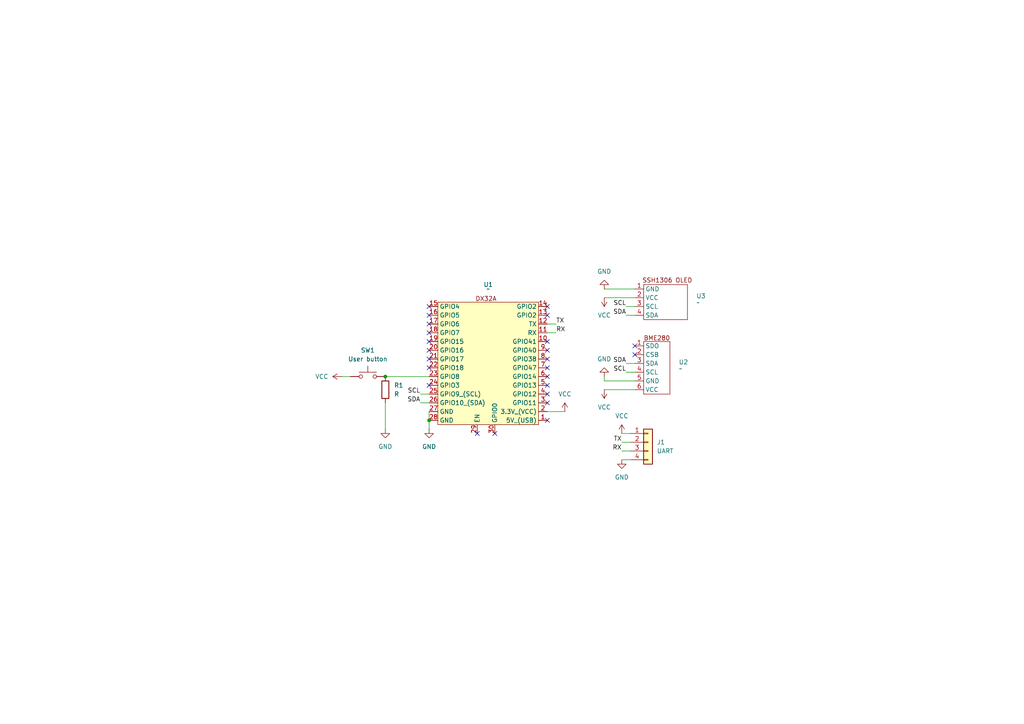
<source format=kicad_sch>
(kicad_sch
	(version 20231120)
	(generator "eeschema")
	(generator_version "8.0")
	(uuid "1e198e0a-8e65-42e1-a495-5f9b8405cf5c")
	(paper "A4")
	(lib_symbols
		(symbol "Connector_Generic:Conn_01x04"
			(pin_names
				(offset 1.016) hide)
			(exclude_from_sim no)
			(in_bom yes)
			(on_board yes)
			(property "Reference" "J"
				(at 0 5.08 0)
				(effects
					(font
						(size 1.27 1.27)
					)
				)
			)
			(property "Value" "Conn_01x04"
				(at 0 -7.62 0)
				(effects
					(font
						(size 1.27 1.27)
					)
				)
			)
			(property "Footprint" ""
				(at 0 0 0)
				(effects
					(font
						(size 1.27 1.27)
					)
					(hide yes)
				)
			)
			(property "Datasheet" "~"
				(at 0 0 0)
				(effects
					(font
						(size 1.27 1.27)
					)
					(hide yes)
				)
			)
			(property "Description" "Generic connector, single row, 01x04, script generated (kicad-library-utils/schlib/autogen/connector/)"
				(at 0 0 0)
				(effects
					(font
						(size 1.27 1.27)
					)
					(hide yes)
				)
			)
			(property "ki_keywords" "connector"
				(at 0 0 0)
				(effects
					(font
						(size 1.27 1.27)
					)
					(hide yes)
				)
			)
			(property "ki_fp_filters" "Connector*:*_1x??_*"
				(at 0 0 0)
				(effects
					(font
						(size 1.27 1.27)
					)
					(hide yes)
				)
			)
			(symbol "Conn_01x04_1_1"
				(rectangle
					(start -1.27 -4.953)
					(end 0 -5.207)
					(stroke
						(width 0.1524)
						(type default)
					)
					(fill
						(type none)
					)
				)
				(rectangle
					(start -1.27 -2.413)
					(end 0 -2.667)
					(stroke
						(width 0.1524)
						(type default)
					)
					(fill
						(type none)
					)
				)
				(rectangle
					(start -1.27 0.127)
					(end 0 -0.127)
					(stroke
						(width 0.1524)
						(type default)
					)
					(fill
						(type none)
					)
				)
				(rectangle
					(start -1.27 2.667)
					(end 0 2.413)
					(stroke
						(width 0.1524)
						(type default)
					)
					(fill
						(type none)
					)
				)
				(rectangle
					(start -1.27 3.81)
					(end 1.27 -6.35)
					(stroke
						(width 0.254)
						(type default)
					)
					(fill
						(type background)
					)
				)
				(pin passive line
					(at -5.08 2.54 0)
					(length 3.81)
					(name "Pin_1"
						(effects
							(font
								(size 1.27 1.27)
							)
						)
					)
					(number "1"
						(effects
							(font
								(size 1.27 1.27)
							)
						)
					)
				)
				(pin passive line
					(at -5.08 0 0)
					(length 3.81)
					(name "Pin_2"
						(effects
							(font
								(size 1.27 1.27)
							)
						)
					)
					(number "2"
						(effects
							(font
								(size 1.27 1.27)
							)
						)
					)
				)
				(pin passive line
					(at -5.08 -2.54 0)
					(length 3.81)
					(name "Pin_3"
						(effects
							(font
								(size 1.27 1.27)
							)
						)
					)
					(number "3"
						(effects
							(font
								(size 1.27 1.27)
							)
						)
					)
				)
				(pin passive line
					(at -5.08 -5.08 0)
					(length 3.81)
					(name "Pin_4"
						(effects
							(font
								(size 1.27 1.27)
							)
						)
					)
					(number "4"
						(effects
							(font
								(size 1.27 1.27)
							)
						)
					)
				)
			)
		)
		(symbol "Custom_Symbols:BME280"
			(exclude_from_sim no)
			(in_bom yes)
			(on_board yes)
			(property "Reference" "U"
				(at 2.032 0 0)
				(effects
					(font
						(size 1.27 1.27)
					)
				)
			)
			(property "Value" ""
				(at 0 1.27 0)
				(effects
					(font
						(size 1.27 1.27)
					)
				)
			)
			(property "Footprint" ""
				(at 0 1.27 0)
				(effects
					(font
						(size 1.27 1.27)
					)
					(hide yes)
				)
			)
			(property "Datasheet" ""
				(at 0 1.27 0)
				(effects
					(font
						(size 1.27 1.27)
					)
					(hide yes)
				)
			)
			(property "Description" ""
				(at 0 1.27 0)
				(effects
					(font
						(size 1.27 1.27)
					)
					(hide yes)
				)
			)
			(symbol "BME280_0_1"
				(rectangle
					(start -3.81 7.62)
					(end 3.81 -7.62)
					(stroke
						(width 0)
						(type default)
					)
					(fill
						(type none)
					)
				)
			)
			(symbol "BME280_1_1"
				(text "BME280 \n"
					(at 0.508 8.636 0)
					(effects
						(font
							(size 1.27 1.27)
						)
					)
				)
				(pin input line
					(at -6.35 6.35 0)
					(length 2.54)
					(name "SDO"
						(effects
							(font
								(size 1.27 1.27)
							)
						)
					)
					(number "1"
						(effects
							(font
								(size 1.27 1.27)
							)
						)
					)
				)
				(pin input line
					(at -6.35 3.81 0)
					(length 2.54)
					(name "CSB"
						(effects
							(font
								(size 1.27 1.27)
							)
						)
					)
					(number "2"
						(effects
							(font
								(size 1.27 1.27)
							)
						)
					)
				)
				(pin input line
					(at -6.35 1.27 0)
					(length 2.54)
					(name "SDA"
						(effects
							(font
								(size 1.27 1.27)
							)
						)
					)
					(number "3"
						(effects
							(font
								(size 1.27 1.27)
							)
						)
					)
				)
				(pin input line
					(at -6.35 -1.27 0)
					(length 2.54)
					(name "SCL"
						(effects
							(font
								(size 1.27 1.27)
							)
						)
					)
					(number "4"
						(effects
							(font
								(size 1.27 1.27)
							)
						)
					)
				)
				(pin input line
					(at -6.35 -3.81 0)
					(length 2.54)
					(name "GND"
						(effects
							(font
								(size 1.27 1.27)
							)
						)
					)
					(number "5"
						(effects
							(font
								(size 1.27 1.27)
							)
						)
					)
				)
				(pin input line
					(at -6.35 -6.35 0)
					(length 2.54)
					(name "VCC"
						(effects
							(font
								(size 1.27 1.27)
							)
						)
					)
					(number "6"
						(effects
							(font
								(size 1.27 1.27)
							)
						)
					)
				)
			)
		)
		(symbol "Custom_Symbols:DX32A_DELUXE"
			(exclude_from_sim no)
			(in_bom yes)
			(on_board yes)
			(property "Reference" "U"
				(at 0 -12.7 0)
				(effects
					(font
						(size 1.27 1.27)
					)
				)
			)
			(property "Value" ""
				(at 0 -12.7 0)
				(effects
					(font
						(size 1.27 1.27)
					)
				)
			)
			(property "Footprint" ""
				(at 0 -12.7 0)
				(effects
					(font
						(size 1.27 1.27)
					)
					(hide yes)
				)
			)
			(property "Datasheet" ""
				(at 0 -12.7 0)
				(effects
					(font
						(size 1.27 1.27)
					)
					(hide yes)
				)
			)
			(property "Description" ""
				(at 0 -12.7 0)
				(effects
					(font
						(size 1.27 1.27)
					)
					(hide yes)
				)
			)
			(symbol "DX32A_DELUXE_1_1"
				(rectangle
					(start -13.97 19.05)
					(end 15.24 -16.51)
					(stroke
						(width 0)
						(type default)
					)
					(fill
						(type background)
					)
				)
				(text "DX32A"
					(at 0 20.066 0)
					(effects
						(font
							(size 1.27 1.27)
						)
					)
				)
				(pin bidirectional line
					(at 17.78 -15.24 180)
					(length 2.54)
					(name "5V_(USB)"
						(effects
							(font
								(size 1.27 1.27)
							)
						)
					)
					(number "1"
						(effects
							(font
								(size 1.27 1.27)
							)
						)
					)
				)
				(pin bidirectional line
					(at 17.78 7.62 180)
					(length 2.54)
					(name "GPIO41"
						(effects
							(font
								(size 1.27 1.27)
							)
						)
					)
					(number "10"
						(effects
							(font
								(size 1.27 1.27)
							)
						)
					)
				)
				(pin bidirectional line
					(at 17.78 10.16 180)
					(length 2.54)
					(name "RX"
						(effects
							(font
								(size 1.27 1.27)
							)
						)
					)
					(number "11"
						(effects
							(font
								(size 1.27 1.27)
							)
						)
					)
				)
				(pin bidirectional line
					(at 17.78 12.7 180)
					(length 2.54)
					(name "TX"
						(effects
							(font
								(size 1.27 1.27)
							)
						)
					)
					(number "12"
						(effects
							(font
								(size 1.27 1.27)
							)
						)
					)
				)
				(pin bidirectional line
					(at 17.78 15.24 180)
					(length 2.54)
					(name "GPIO2"
						(effects
							(font
								(size 1.27 1.27)
							)
						)
					)
					(number "13"
						(effects
							(font
								(size 1.27 1.27)
							)
						)
					)
				)
				(pin bidirectional line
					(at 17.78 17.78 180)
					(length 2.54)
					(name "GPIO2"
						(effects
							(font
								(size 1.27 1.27)
							)
						)
					)
					(number "14"
						(effects
							(font
								(size 1.27 1.27)
							)
						)
					)
				)
				(pin bidirectional line
					(at -16.51 17.78 0)
					(length 2.54)
					(name "GPIO4"
						(effects
							(font
								(size 1.27 1.27)
							)
						)
					)
					(number "15"
						(effects
							(font
								(size 1.27 1.27)
							)
						)
					)
				)
				(pin bidirectional line
					(at -16.51 15.24 0)
					(length 2.54)
					(name "GPIO5"
						(effects
							(font
								(size 1.27 1.27)
							)
						)
					)
					(number "16"
						(effects
							(font
								(size 1.27 1.27)
							)
						)
					)
				)
				(pin bidirectional line
					(at -16.51 12.7 0)
					(length 2.54)
					(name "GPIO6"
						(effects
							(font
								(size 1.27 1.27)
							)
						)
					)
					(number "17"
						(effects
							(font
								(size 1.27 1.27)
							)
						)
					)
				)
				(pin bidirectional line
					(at -16.51 10.16 0)
					(length 2.54)
					(name "GPIO7"
						(effects
							(font
								(size 1.27 1.27)
							)
						)
					)
					(number "18"
						(effects
							(font
								(size 1.27 1.27)
							)
						)
					)
				)
				(pin bidirectional line
					(at -16.51 7.62 0)
					(length 2.54)
					(name "GPIO15"
						(effects
							(font
								(size 1.27 1.27)
							)
						)
					)
					(number "19"
						(effects
							(font
								(size 1.27 1.27)
							)
						)
					)
				)
				(pin bidirectional line
					(at 17.78 -12.7 180)
					(length 2.54)
					(name "3.3V_(VCC)"
						(effects
							(font
								(size 1.27 1.27)
							)
						)
					)
					(number "2"
						(effects
							(font
								(size 1.27 1.27)
							)
						)
					)
				)
				(pin bidirectional line
					(at -16.51 5.08 0)
					(length 2.54)
					(name "GPIO16"
						(effects
							(font
								(size 1.27 1.27)
							)
						)
					)
					(number "20"
						(effects
							(font
								(size 1.27 1.27)
							)
						)
					)
				)
				(pin bidirectional line
					(at -16.51 2.54 0)
					(length 2.54)
					(name "GPIO17"
						(effects
							(font
								(size 1.27 1.27)
							)
						)
					)
					(number "21"
						(effects
							(font
								(size 1.27 1.27)
							)
						)
					)
				)
				(pin bidirectional line
					(at -16.51 0 0)
					(length 2.54)
					(name "GPIO18"
						(effects
							(font
								(size 1.27 1.27)
							)
						)
					)
					(number "22"
						(effects
							(font
								(size 1.27 1.27)
							)
						)
					)
				)
				(pin bidirectional line
					(at -16.51 -2.54 0)
					(length 2.54)
					(name "GPIO8"
						(effects
							(font
								(size 1.27 1.27)
							)
						)
					)
					(number "23"
						(effects
							(font
								(size 1.27 1.27)
							)
						)
					)
				)
				(pin bidirectional line
					(at -16.51 -5.08 0)
					(length 2.54)
					(name "GPIO3"
						(effects
							(font
								(size 1.27 1.27)
							)
						)
					)
					(number "24"
						(effects
							(font
								(size 1.27 1.27)
							)
						)
					)
				)
				(pin bidirectional line
					(at -16.51 -7.62 0)
					(length 2.54)
					(name "GPIO9_(SCL)"
						(effects
							(font
								(size 1.27 1.27)
							)
						)
					)
					(number "25"
						(effects
							(font
								(size 1.27 1.27)
							)
						)
					)
				)
				(pin bidirectional line
					(at -16.51 -10.16 0)
					(length 2.54)
					(name "GPIO10_(SDA)"
						(effects
							(font
								(size 1.27 1.27)
							)
						)
					)
					(number "26"
						(effects
							(font
								(size 1.27 1.27)
							)
						)
					)
				)
				(pin bidirectional line
					(at -16.51 -12.7 0)
					(length 2.54)
					(name "GND"
						(effects
							(font
								(size 1.27 1.27)
							)
						)
					)
					(number "27"
						(effects
							(font
								(size 1.27 1.27)
							)
						)
					)
				)
				(pin bidirectional line
					(at -16.51 -15.24 0)
					(length 2.54)
					(name "GND"
						(effects
							(font
								(size 1.27 1.27)
							)
						)
					)
					(number "28"
						(effects
							(font
								(size 1.27 1.27)
							)
						)
					)
				)
				(pin bidirectional line
					(at -2.54 -19.05 90)
					(length 2.54)
					(name "EN"
						(effects
							(font
								(size 1.27 1.27)
							)
						)
					)
					(number "29"
						(effects
							(font
								(size 1.27 1.27)
							)
						)
					)
				)
				(pin bidirectional line
					(at 17.78 -10.16 180)
					(length 2.54)
					(name "GPIO11"
						(effects
							(font
								(size 1.27 1.27)
							)
						)
					)
					(number "3"
						(effects
							(font
								(size 1.27 1.27)
							)
						)
					)
				)
				(pin bidirectional line
					(at 2.54 -19.05 90)
					(length 2.54)
					(name "GPIO0"
						(effects
							(font
								(size 1.27 1.27)
							)
						)
					)
					(number "30"
						(effects
							(font
								(size 1.27 1.27)
							)
						)
					)
				)
				(pin bidirectional line
					(at 17.78 -7.62 180)
					(length 2.54)
					(name "GPIO12"
						(effects
							(font
								(size 1.27 1.27)
							)
						)
					)
					(number "4"
						(effects
							(font
								(size 1.27 1.27)
							)
						)
					)
				)
				(pin bidirectional line
					(at 17.78 -5.08 180)
					(length 2.54)
					(name "GPIO13"
						(effects
							(font
								(size 1.27 1.27)
							)
						)
					)
					(number "5"
						(effects
							(font
								(size 1.27 1.27)
							)
						)
					)
				)
				(pin bidirectional line
					(at 17.78 -2.54 180)
					(length 2.54)
					(name "GPIO14"
						(effects
							(font
								(size 1.27 1.27)
							)
						)
					)
					(number "6"
						(effects
							(font
								(size 1.27 1.27)
							)
						)
					)
				)
				(pin bidirectional line
					(at 17.78 0 180)
					(length 2.54)
					(name "GPIO47"
						(effects
							(font
								(size 1.27 1.27)
							)
						)
					)
					(number "7"
						(effects
							(font
								(size 1.27 1.27)
							)
						)
					)
				)
				(pin bidirectional line
					(at 17.78 2.54 180)
					(length 2.54)
					(name "GPIO38"
						(effects
							(font
								(size 1.27 1.27)
							)
						)
					)
					(number "8"
						(effects
							(font
								(size 1.27 1.27)
							)
						)
					)
				)
				(pin bidirectional line
					(at 17.78 5.08 180)
					(length 2.54)
					(name "GPIO40"
						(effects
							(font
								(size 1.27 1.27)
							)
						)
					)
					(number "9"
						(effects
							(font
								(size 1.27 1.27)
							)
						)
					)
				)
			)
		)
		(symbol "Custom_Symbols:SSH1306_OLED"
			(exclude_from_sim no)
			(in_bom yes)
			(on_board yes)
			(property "Reference" "U"
				(at 0 1.27 0)
				(effects
					(font
						(size 1.27 1.27)
					)
				)
			)
			(property "Value" ""
				(at 0 1.27 0)
				(effects
					(font
						(size 1.27 1.27)
					)
				)
			)
			(property "Footprint" ""
				(at 0 1.27 0)
				(effects
					(font
						(size 1.27 1.27)
					)
					(hide yes)
				)
			)
			(property "Datasheet" ""
				(at 0 1.27 0)
				(effects
					(font
						(size 1.27 1.27)
					)
					(hide yes)
				)
			)
			(property "Description" ""
				(at 0 1.27 0)
				(effects
					(font
						(size 1.27 1.27)
					)
					(hide yes)
				)
			)
			(symbol "SSH1306_OLED_0_1"
				(rectangle
					(start -6.35 5.08)
					(end 6.35 -5.08)
					(stroke
						(width 0)
						(type default)
					)
					(fill
						(type none)
					)
				)
			)
			(symbol "SSH1306_OLED_1_1"
				(text "SSH1306 OLED"
					(at 0.508 6.35 0)
					(effects
						(font
							(size 1.27 1.27)
						)
					)
				)
				(pin input line
					(at -8.89 3.81 0)
					(length 2.54)
					(name "GND"
						(effects
							(font
								(size 1.27 1.27)
							)
						)
					)
					(number "1"
						(effects
							(font
								(size 1.27 1.27)
							)
						)
					)
				)
				(pin input line
					(at -8.89 1.27 0)
					(length 2.54)
					(name "VCC"
						(effects
							(font
								(size 1.27 1.27)
							)
						)
					)
					(number "2"
						(effects
							(font
								(size 1.27 1.27)
							)
						)
					)
				)
				(pin input line
					(at -8.89 -1.27 0)
					(length 2.54)
					(name "SCL"
						(effects
							(font
								(size 1.27 1.27)
							)
						)
					)
					(number "3"
						(effects
							(font
								(size 1.27 1.27)
							)
						)
					)
				)
				(pin input line
					(at -8.89 -3.81 0)
					(length 2.54)
					(name "SDA"
						(effects
							(font
								(size 1.27 1.27)
							)
						)
					)
					(number "4"
						(effects
							(font
								(size 1.27 1.27)
							)
						)
					)
				)
			)
		)
		(symbol "Device:R"
			(pin_numbers hide)
			(pin_names
				(offset 0)
			)
			(exclude_from_sim no)
			(in_bom yes)
			(on_board yes)
			(property "Reference" "R"
				(at 2.032 0 90)
				(effects
					(font
						(size 1.27 1.27)
					)
				)
			)
			(property "Value" "R"
				(at 0 0 90)
				(effects
					(font
						(size 1.27 1.27)
					)
				)
			)
			(property "Footprint" ""
				(at -1.778 0 90)
				(effects
					(font
						(size 1.27 1.27)
					)
					(hide yes)
				)
			)
			(property "Datasheet" "~"
				(at 0 0 0)
				(effects
					(font
						(size 1.27 1.27)
					)
					(hide yes)
				)
			)
			(property "Description" "Resistor"
				(at 0 0 0)
				(effects
					(font
						(size 1.27 1.27)
					)
					(hide yes)
				)
			)
			(property "ki_keywords" "R res resistor"
				(at 0 0 0)
				(effects
					(font
						(size 1.27 1.27)
					)
					(hide yes)
				)
			)
			(property "ki_fp_filters" "R_*"
				(at 0 0 0)
				(effects
					(font
						(size 1.27 1.27)
					)
					(hide yes)
				)
			)
			(symbol "R_0_1"
				(rectangle
					(start -1.016 -2.54)
					(end 1.016 2.54)
					(stroke
						(width 0.254)
						(type default)
					)
					(fill
						(type none)
					)
				)
			)
			(symbol "R_1_1"
				(pin passive line
					(at 0 3.81 270)
					(length 1.27)
					(name "~"
						(effects
							(font
								(size 1.27 1.27)
							)
						)
					)
					(number "1"
						(effects
							(font
								(size 1.27 1.27)
							)
						)
					)
				)
				(pin passive line
					(at 0 -3.81 90)
					(length 1.27)
					(name "~"
						(effects
							(font
								(size 1.27 1.27)
							)
						)
					)
					(number "2"
						(effects
							(font
								(size 1.27 1.27)
							)
						)
					)
				)
			)
		)
		(symbol "Switch:SW_Push"
			(pin_numbers hide)
			(pin_names
				(offset 1.016) hide)
			(exclude_from_sim no)
			(in_bom yes)
			(on_board yes)
			(property "Reference" "SW"
				(at 1.27 2.54 0)
				(effects
					(font
						(size 1.27 1.27)
					)
					(justify left)
				)
			)
			(property "Value" "SW_Push"
				(at 0 -1.524 0)
				(effects
					(font
						(size 1.27 1.27)
					)
				)
			)
			(property "Footprint" ""
				(at 0 5.08 0)
				(effects
					(font
						(size 1.27 1.27)
					)
					(hide yes)
				)
			)
			(property "Datasheet" "~"
				(at 0 5.08 0)
				(effects
					(font
						(size 1.27 1.27)
					)
					(hide yes)
				)
			)
			(property "Description" "Push button switch, generic, two pins"
				(at 0 0 0)
				(effects
					(font
						(size 1.27 1.27)
					)
					(hide yes)
				)
			)
			(property "ki_keywords" "switch normally-open pushbutton push-button"
				(at 0 0 0)
				(effects
					(font
						(size 1.27 1.27)
					)
					(hide yes)
				)
			)
			(symbol "SW_Push_0_1"
				(circle
					(center -2.032 0)
					(radius 0.508)
					(stroke
						(width 0)
						(type default)
					)
					(fill
						(type none)
					)
				)
				(polyline
					(pts
						(xy 0 1.27) (xy 0 3.048)
					)
					(stroke
						(width 0)
						(type default)
					)
					(fill
						(type none)
					)
				)
				(polyline
					(pts
						(xy 2.54 1.27) (xy -2.54 1.27)
					)
					(stroke
						(width 0)
						(type default)
					)
					(fill
						(type none)
					)
				)
				(circle
					(center 2.032 0)
					(radius 0.508)
					(stroke
						(width 0)
						(type default)
					)
					(fill
						(type none)
					)
				)
				(pin passive line
					(at -5.08 0 0)
					(length 2.54)
					(name "1"
						(effects
							(font
								(size 1.27 1.27)
							)
						)
					)
					(number "1"
						(effects
							(font
								(size 1.27 1.27)
							)
						)
					)
				)
				(pin passive line
					(at 5.08 0 180)
					(length 2.54)
					(name "2"
						(effects
							(font
								(size 1.27 1.27)
							)
						)
					)
					(number "2"
						(effects
							(font
								(size 1.27 1.27)
							)
						)
					)
				)
			)
		)
		(symbol "power:GND"
			(power)
			(pin_numbers hide)
			(pin_names
				(offset 0) hide)
			(exclude_from_sim no)
			(in_bom yes)
			(on_board yes)
			(property "Reference" "#PWR"
				(at 0 -6.35 0)
				(effects
					(font
						(size 1.27 1.27)
					)
					(hide yes)
				)
			)
			(property "Value" "GND"
				(at 0 -3.81 0)
				(effects
					(font
						(size 1.27 1.27)
					)
				)
			)
			(property "Footprint" ""
				(at 0 0 0)
				(effects
					(font
						(size 1.27 1.27)
					)
					(hide yes)
				)
			)
			(property "Datasheet" ""
				(at 0 0 0)
				(effects
					(font
						(size 1.27 1.27)
					)
					(hide yes)
				)
			)
			(property "Description" "Power symbol creates a global label with name \"GND\" , ground"
				(at 0 0 0)
				(effects
					(font
						(size 1.27 1.27)
					)
					(hide yes)
				)
			)
			(property "ki_keywords" "global power"
				(at 0 0 0)
				(effects
					(font
						(size 1.27 1.27)
					)
					(hide yes)
				)
			)
			(symbol "GND_0_1"
				(polyline
					(pts
						(xy 0 0) (xy 0 -1.27) (xy 1.27 -1.27) (xy 0 -2.54) (xy -1.27 -1.27) (xy 0 -1.27)
					)
					(stroke
						(width 0)
						(type default)
					)
					(fill
						(type none)
					)
				)
			)
			(symbol "GND_1_1"
				(pin power_in line
					(at 0 0 270)
					(length 0)
					(name "~"
						(effects
							(font
								(size 1.27 1.27)
							)
						)
					)
					(number "1"
						(effects
							(font
								(size 1.27 1.27)
							)
						)
					)
				)
			)
		)
		(symbol "power:VCC"
			(power)
			(pin_numbers hide)
			(pin_names
				(offset 0) hide)
			(exclude_from_sim no)
			(in_bom yes)
			(on_board yes)
			(property "Reference" "#PWR"
				(at 0 -3.81 0)
				(effects
					(font
						(size 1.27 1.27)
					)
					(hide yes)
				)
			)
			(property "Value" "VCC"
				(at 0 3.556 0)
				(effects
					(font
						(size 1.27 1.27)
					)
				)
			)
			(property "Footprint" ""
				(at 0 0 0)
				(effects
					(font
						(size 1.27 1.27)
					)
					(hide yes)
				)
			)
			(property "Datasheet" ""
				(at 0 0 0)
				(effects
					(font
						(size 1.27 1.27)
					)
					(hide yes)
				)
			)
			(property "Description" "Power symbol creates a global label with name \"VCC\""
				(at 0 0 0)
				(effects
					(font
						(size 1.27 1.27)
					)
					(hide yes)
				)
			)
			(property "ki_keywords" "global power"
				(at 0 0 0)
				(effects
					(font
						(size 1.27 1.27)
					)
					(hide yes)
				)
			)
			(symbol "VCC_0_1"
				(polyline
					(pts
						(xy -0.762 1.27) (xy 0 2.54)
					)
					(stroke
						(width 0)
						(type default)
					)
					(fill
						(type none)
					)
				)
				(polyline
					(pts
						(xy 0 0) (xy 0 2.54)
					)
					(stroke
						(width 0)
						(type default)
					)
					(fill
						(type none)
					)
				)
				(polyline
					(pts
						(xy 0 2.54) (xy 0.762 1.27)
					)
					(stroke
						(width 0)
						(type default)
					)
					(fill
						(type none)
					)
				)
			)
			(symbol "VCC_1_1"
				(pin power_in line
					(at 0 0 90)
					(length 0)
					(name "~"
						(effects
							(font
								(size 1.27 1.27)
							)
						)
					)
					(number "1"
						(effects
							(font
								(size 1.27 1.27)
							)
						)
					)
				)
			)
		)
	)
	(junction
		(at 124.46 121.92)
		(diameter 0)
		(color 0 0 0 0)
		(uuid "c8d8229d-8eef-4b00-88aa-c201e0fc1b77")
	)
	(junction
		(at 111.76 109.22)
		(diameter 0)
		(color 0 0 0 0)
		(uuid "d8d37aed-6c6a-4f57-aa88-6f61077de7ba")
	)
	(no_connect
		(at 124.46 99.06)
		(uuid "2f2cceae-962a-40a6-b4e3-8497d7b50a28")
	)
	(no_connect
		(at 158.75 121.92)
		(uuid "331fa78a-9412-40c8-8077-af54b70bcf7c")
	)
	(no_connect
		(at 124.46 96.52)
		(uuid "41ba4305-91ea-4b12-9c0a-ff5930c5bd30")
	)
	(no_connect
		(at 158.75 106.68)
		(uuid "4b1bb4e2-d3d2-490b-a045-76b426d18909")
	)
	(no_connect
		(at 158.75 116.84)
		(uuid "4f4aade4-3ba5-46dc-8d70-993e4894890d")
	)
	(no_connect
		(at 124.46 93.98)
		(uuid "59bd8370-503e-4619-a468-96fed3ea7f4d")
	)
	(no_connect
		(at 124.46 111.76)
		(uuid "60bbb989-9723-40c9-bc21-e99a29ee4cea")
	)
	(no_connect
		(at 158.75 88.9)
		(uuid "668f84ca-9471-4e1d-8ae8-214425af9fae")
	)
	(no_connect
		(at 158.75 104.14)
		(uuid "67412f04-48b4-4e85-9b7d-603c1a782fa7")
	)
	(no_connect
		(at 124.46 104.14)
		(uuid "67458525-bdf4-48d9-900d-f47165aac705")
	)
	(no_connect
		(at 124.46 106.68)
		(uuid "6a3841bc-5250-4815-bff2-a5f807cf1478")
	)
	(no_connect
		(at 158.75 114.3)
		(uuid "704b86fc-4cb9-43d2-b749-87284c4474d6")
	)
	(no_connect
		(at 143.51 125.73)
		(uuid "70d1ad96-c1b5-4785-abf7-57e649b81d50")
	)
	(no_connect
		(at 158.75 101.6)
		(uuid "8e0c5b0d-3bbc-49b8-bc53-07fc223ba16c")
	)
	(no_connect
		(at 158.75 109.22)
		(uuid "abd700b0-060d-4b4e-8578-7f25f85d45ba")
	)
	(no_connect
		(at 124.46 88.9)
		(uuid "b3f8b734-77d8-4aa5-8660-d3acbbbc4ac4")
	)
	(no_connect
		(at 124.46 91.44)
		(uuid "c0b1fe2a-1594-48a4-a4ae-e68a9ee91c93")
	)
	(no_connect
		(at 124.46 101.6)
		(uuid "cce722e6-7e6f-4429-9090-0704ac827371")
	)
	(no_connect
		(at 158.75 91.44)
		(uuid "da1c0ddf-d55b-4541-98da-8ea4d5a2548c")
	)
	(no_connect
		(at 184.15 102.87)
		(uuid "e998dbe1-e663-4fc2-8669-409d77e4bb1f")
	)
	(no_connect
		(at 138.43 125.73)
		(uuid "ec124585-c0d8-4f9e-9bc9-825d8d7ba760")
	)
	(no_connect
		(at 158.75 111.76)
		(uuid "f0bc2617-6154-4a69-af01-c93a151782e6")
	)
	(no_connect
		(at 158.75 99.06)
		(uuid "f357cf91-be12-49e4-b519-cc06db215062")
	)
	(no_connect
		(at 184.15 100.33)
		(uuid "fe671bd3-9949-4420-bc62-5e0d4770cfe7")
	)
	(wire
		(pts
			(xy 158.75 96.52) (xy 161.29 96.52)
		)
		(stroke
			(width 0)
			(type default)
		)
		(uuid "129f6148-00d4-48cf-847c-2b60e0baf4f1")
	)
	(wire
		(pts
			(xy 121.92 114.3) (xy 124.46 114.3)
		)
		(stroke
			(width 0)
			(type default)
		)
		(uuid "206ca7d7-1c90-4224-b10f-2751c7a2097f")
	)
	(wire
		(pts
			(xy 111.76 116.84) (xy 111.76 124.46)
		)
		(stroke
			(width 0)
			(type default)
		)
		(uuid "3575fc60-e741-4c46-b678-8c1e6716addd")
	)
	(wire
		(pts
			(xy 180.34 130.81) (xy 182.88 130.81)
		)
		(stroke
			(width 0)
			(type default)
		)
		(uuid "399881e0-1c55-43fe-9d64-3ea6c370fa7e")
	)
	(wire
		(pts
			(xy 124.46 121.92) (xy 124.46 124.46)
		)
		(stroke
			(width 0)
			(type default)
		)
		(uuid "4313d25a-634e-4fce-921f-1d1f27e7fff7")
	)
	(wire
		(pts
			(xy 181.61 105.41) (xy 184.15 105.41)
		)
		(stroke
			(width 0)
			(type default)
		)
		(uuid "43349efb-c435-416f-bb49-e26245c6b570")
	)
	(wire
		(pts
			(xy 180.34 133.35) (xy 182.88 133.35)
		)
		(stroke
			(width 0)
			(type default)
		)
		(uuid "497b00e2-e6d1-4d03-aad8-87b0ce06c082")
	)
	(wire
		(pts
			(xy 158.75 93.98) (xy 161.29 93.98)
		)
		(stroke
			(width 0)
			(type default)
		)
		(uuid "6360c571-6649-471e-89d8-e64ccc65c080")
	)
	(wire
		(pts
			(xy 99.06 109.22) (xy 101.6 109.22)
		)
		(stroke
			(width 0)
			(type default)
		)
		(uuid "702512ee-b83c-4b08-a9b0-5b07ee361160")
	)
	(wire
		(pts
			(xy 184.15 110.49) (xy 175.26 110.49)
		)
		(stroke
			(width 0)
			(type default)
		)
		(uuid "869f4f87-9131-483a-9a23-24ddbe575751")
	)
	(wire
		(pts
			(xy 181.61 88.9) (xy 184.15 88.9)
		)
		(stroke
			(width 0)
			(type default)
		)
		(uuid "88ff2455-cbf3-47d6-839a-7c815f231913")
	)
	(wire
		(pts
			(xy 124.46 119.38) (xy 124.46 121.92)
		)
		(stroke
			(width 0)
			(type default)
		)
		(uuid "90e70ef4-9959-41a7-98b9-f969eb049adf")
	)
	(wire
		(pts
			(xy 181.61 107.95) (xy 184.15 107.95)
		)
		(stroke
			(width 0)
			(type default)
		)
		(uuid "b5cc5a07-8e1f-4a25-9975-20b656d5e1b1")
	)
	(wire
		(pts
			(xy 121.92 116.84) (xy 124.46 116.84)
		)
		(stroke
			(width 0)
			(type default)
		)
		(uuid "b640d516-408f-459c-86a8-64c03ea0f999")
	)
	(wire
		(pts
			(xy 175.26 83.82) (xy 184.15 83.82)
		)
		(stroke
			(width 0)
			(type default)
		)
		(uuid "bd80ee69-3bc4-4118-9e85-1655520224fe")
	)
	(wire
		(pts
			(xy 180.34 128.27) (xy 182.88 128.27)
		)
		(stroke
			(width 0)
			(type default)
		)
		(uuid "cc4aebd5-6177-41d6-9c4f-f12d20344b99")
	)
	(wire
		(pts
			(xy 175.26 113.03) (xy 184.15 113.03)
		)
		(stroke
			(width 0)
			(type default)
		)
		(uuid "cc5641f9-f12d-41e1-869f-b1b927205229")
	)
	(wire
		(pts
			(xy 111.76 109.22) (xy 124.46 109.22)
		)
		(stroke
			(width 0)
			(type default)
		)
		(uuid "d3166a6e-d733-4ff4-8892-32aeff8e92f6")
	)
	(wire
		(pts
			(xy 175.26 86.36) (xy 184.15 86.36)
		)
		(stroke
			(width 0)
			(type default)
		)
		(uuid "d4410056-8e32-45b2-82ec-b7e8b33d84f7")
	)
	(wire
		(pts
			(xy 175.26 110.49) (xy 175.26 109.22)
		)
		(stroke
			(width 0)
			(type default)
		)
		(uuid "e0b60680-3a11-4e71-a3d9-bd417cccd969")
	)
	(wire
		(pts
			(xy 180.34 125.73) (xy 182.88 125.73)
		)
		(stroke
			(width 0)
			(type default)
		)
		(uuid "e45b4b29-a8c3-4cf2-937e-3d972f8035b2")
	)
	(wire
		(pts
			(xy 181.61 91.44) (xy 184.15 91.44)
		)
		(stroke
			(width 0)
			(type default)
		)
		(uuid "ebd50daa-6a5d-43e4-b076-bc45a4cc0ef9")
	)
	(wire
		(pts
			(xy 158.75 119.38) (xy 163.83 119.38)
		)
		(stroke
			(width 0)
			(type default)
		)
		(uuid "f4cdbd93-60c1-49b0-a196-452e2d780627")
	)
	(label "SDA"
		(at 121.92 116.84 180)
		(fields_autoplaced yes)
		(effects
			(font
				(size 1.27 1.27)
			)
			(justify right bottom)
		)
		(uuid "0646b357-0b46-46fc-a743-52ef06df796a")
	)
	(label "RX"
		(at 180.34 130.81 180)
		(fields_autoplaced yes)
		(effects
			(font
				(size 1.27 1.27)
			)
			(justify right bottom)
		)
		(uuid "13c8b904-c6ee-4300-9654-3d5dbb0e490c")
	)
	(label "RX"
		(at 161.29 96.52 0)
		(fields_autoplaced yes)
		(effects
			(font
				(size 1.27 1.27)
			)
			(justify left bottom)
		)
		(uuid "1c8624b5-16cc-43ee-a162-e200a2a5b85b")
	)
	(label "SDA"
		(at 181.61 105.41 180)
		(fields_autoplaced yes)
		(effects
			(font
				(size 1.27 1.27)
			)
			(justify right bottom)
		)
		(uuid "5c062f4c-c5b1-4890-ac66-3e000e0b2eb8")
	)
	(label "SDA"
		(at 181.61 91.44 180)
		(fields_autoplaced yes)
		(effects
			(font
				(size 1.27 1.27)
			)
			(justify right bottom)
		)
		(uuid "5e4874ce-c967-4f44-9064-59508d5e8a40")
	)
	(label "TX"
		(at 180.34 128.27 180)
		(fields_autoplaced yes)
		(effects
			(font
				(size 1.27 1.27)
			)
			(justify right bottom)
		)
		(uuid "6a87c71d-4174-4bb0-869c-30640ebc80f0")
	)
	(label "SCL"
		(at 121.92 114.3 180)
		(fields_autoplaced yes)
		(effects
			(font
				(size 1.27 1.27)
			)
			(justify right bottom)
		)
		(uuid "92fa5d16-cd24-417b-b7f5-cd8b3b0d8d2a")
	)
	(label "SCL"
		(at 181.61 88.9 180)
		(fields_autoplaced yes)
		(effects
			(font
				(size 1.27 1.27)
			)
			(justify right bottom)
		)
		(uuid "ad501a32-67e5-427b-80a5-907c2c7c0282")
	)
	(label "SCL"
		(at 181.61 107.95 180)
		(fields_autoplaced yes)
		(effects
			(font
				(size 1.27 1.27)
			)
			(justify right bottom)
		)
		(uuid "aeee37e5-3b5e-476f-8916-643700fb62bc")
	)
	(label "TX"
		(at 161.29 93.98 0)
		(fields_autoplaced yes)
		(effects
			(font
				(size 1.27 1.27)
			)
			(justify left bottom)
		)
		(uuid "aff6647a-b110-4ff3-9772-6d37a9ee0f41")
	)
	(symbol
		(lib_id "power:VCC")
		(at 163.83 119.38 0)
		(unit 1)
		(exclude_from_sim no)
		(in_bom yes)
		(on_board yes)
		(dnp no)
		(fields_autoplaced yes)
		(uuid "14203ee7-f343-4363-80d7-e99d8df331e3")
		(property "Reference" "#PWR04"
			(at 163.83 123.19 0)
			(effects
				(font
					(size 1.27 1.27)
				)
				(hide yes)
			)
		)
		(property "Value" "VCC"
			(at 163.83 114.3 0)
			(effects
				(font
					(size 1.27 1.27)
				)
			)
		)
		(property "Footprint" ""
			(at 163.83 119.38 0)
			(effects
				(font
					(size 1.27 1.27)
				)
				(hide yes)
			)
		)
		(property "Datasheet" ""
			(at 163.83 119.38 0)
			(effects
				(font
					(size 1.27 1.27)
				)
				(hide yes)
			)
		)
		(property "Description" "Power symbol creates a global label with name \"VCC\""
			(at 163.83 119.38 0)
			(effects
				(font
					(size 1.27 1.27)
				)
				(hide yes)
			)
		)
		(pin "1"
			(uuid "c3b267dd-31bd-46e1-94ee-41ea8d5fb697")
		)
		(instances
			(project "DX32_weather_carrier"
				(path "/1e198e0a-8e65-42e1-a495-5f9b8405cf5c"
					(reference "#PWR04")
					(unit 1)
				)
			)
		)
	)
	(symbol
		(lib_id "power:VCC")
		(at 99.06 109.22 90)
		(unit 1)
		(exclude_from_sim no)
		(in_bom yes)
		(on_board yes)
		(dnp no)
		(fields_autoplaced yes)
		(uuid "1623ec62-2293-4ec4-9809-811433513fc9")
		(property "Reference" "#PWR08"
			(at 102.87 109.22 0)
			(effects
				(font
					(size 1.27 1.27)
				)
				(hide yes)
			)
		)
		(property "Value" "VCC"
			(at 95.25 109.2199 90)
			(effects
				(font
					(size 1.27 1.27)
				)
				(justify left)
			)
		)
		(property "Footprint" ""
			(at 99.06 109.22 0)
			(effects
				(font
					(size 1.27 1.27)
				)
				(hide yes)
			)
		)
		(property "Datasheet" ""
			(at 99.06 109.22 0)
			(effects
				(font
					(size 1.27 1.27)
				)
				(hide yes)
			)
		)
		(property "Description" "Power symbol creates a global label with name \"VCC\""
			(at 99.06 109.22 0)
			(effects
				(font
					(size 1.27 1.27)
				)
				(hide yes)
			)
		)
		(pin "1"
			(uuid "b2f4ca9f-942e-4021-9161-e21da39dbe17")
		)
		(instances
			(project "DX32_weather_carrier"
				(path "/1e198e0a-8e65-42e1-a495-5f9b8405cf5c"
					(reference "#PWR08")
					(unit 1)
				)
			)
		)
	)
	(symbol
		(lib_id "power:GND")
		(at 175.26 83.82 180)
		(unit 1)
		(exclude_from_sim no)
		(in_bom yes)
		(on_board yes)
		(dnp no)
		(fields_autoplaced yes)
		(uuid "1894cbc9-90b1-46c7-a60b-679920f04ee2")
		(property "Reference" "#PWR02"
			(at 175.26 77.47 0)
			(effects
				(font
					(size 1.27 1.27)
				)
				(hide yes)
			)
		)
		(property "Value" "GND"
			(at 175.26 78.74 0)
			(effects
				(font
					(size 1.27 1.27)
				)
			)
		)
		(property "Footprint" ""
			(at 175.26 83.82 0)
			(effects
				(font
					(size 1.27 1.27)
				)
				(hide yes)
			)
		)
		(property "Datasheet" ""
			(at 175.26 83.82 0)
			(effects
				(font
					(size 1.27 1.27)
				)
				(hide yes)
			)
		)
		(property "Description" "Power symbol creates a global label with name \"GND\" , ground"
			(at 175.26 83.82 0)
			(effects
				(font
					(size 1.27 1.27)
				)
				(hide yes)
			)
		)
		(pin "1"
			(uuid "e7a9c2db-ab59-45da-91e0-8bc9fea05fae")
		)
		(instances
			(project "DX32_weather_carrier"
				(path "/1e198e0a-8e65-42e1-a495-5f9b8405cf5c"
					(reference "#PWR02")
					(unit 1)
				)
			)
		)
	)
	(symbol
		(lib_id "Custom_Symbols:BME280")
		(at 190.5 106.68 0)
		(unit 1)
		(exclude_from_sim no)
		(in_bom yes)
		(on_board yes)
		(dnp no)
		(fields_autoplaced yes)
		(uuid "198f60b5-d032-4a5a-a093-10d67a2e77d3")
		(property "Reference" "U2"
			(at 196.85 105.0261 0)
			(effects
				(font
					(size 1.27 1.27)
				)
				(justify left)
			)
		)
		(property "Value" "~"
			(at 196.85 106.9312 0)
			(effects
				(font
					(size 1.27 1.27)
				)
				(justify left)
			)
		)
		(property "Footprint" "Custom_Symbols:BME280"
			(at 190.5 105.41 0)
			(effects
				(font
					(size 1.27 1.27)
				)
				(hide yes)
			)
		)
		(property "Datasheet" ""
			(at 190.5 105.41 0)
			(effects
				(font
					(size 1.27 1.27)
				)
				(hide yes)
			)
		)
		(property "Description" ""
			(at 190.5 105.41 0)
			(effects
				(font
					(size 1.27 1.27)
				)
				(hide yes)
			)
		)
		(pin "1"
			(uuid "374e0b25-8e7b-43a4-9898-6c42543fe3f3")
		)
		(pin "4"
			(uuid "0370da9a-8a32-4cd6-9e12-95a83f11f29f")
		)
		(pin "3"
			(uuid "d993cb12-0b36-4eee-baec-9bdd46b91666")
		)
		(pin "5"
			(uuid "0378a0f7-3b31-4fcc-a43f-b4edabf54b58")
		)
		(pin "6"
			(uuid "09972b68-ea14-4350-9b41-9f22e98d4633")
		)
		(pin "2"
			(uuid "4dc8c53b-9942-4552-9f95-de83d9ec4a46")
		)
		(instances
			(project "DX32_weather_carrier"
				(path "/1e198e0a-8e65-42e1-a495-5f9b8405cf5c"
					(reference "U2")
					(unit 1)
				)
			)
		)
	)
	(symbol
		(lib_id "Connector_Generic:Conn_01x04")
		(at 187.96 128.27 0)
		(unit 1)
		(exclude_from_sim no)
		(in_bom yes)
		(on_board yes)
		(dnp no)
		(fields_autoplaced yes)
		(uuid "2e0f30a1-6e1b-4fb8-a1cc-2bf58ca1d8fe")
		(property "Reference" "J1"
			(at 190.5 128.2699 0)
			(effects
				(font
					(size 1.27 1.27)
				)
				(justify left)
			)
		)
		(property "Value" "UART"
			(at 190.5 130.8099 0)
			(effects
				(font
					(size 1.27 1.27)
				)
				(justify left)
			)
		)
		(property "Footprint" "Connector_PinHeader_2.54mm:PinHeader_1x04_P2.54mm_Vertical"
			(at 187.96 128.27 0)
			(effects
				(font
					(size 1.27 1.27)
				)
				(hide yes)
			)
		)
		(property "Datasheet" "~"
			(at 187.96 128.27 0)
			(effects
				(font
					(size 1.27 1.27)
				)
				(hide yes)
			)
		)
		(property "Description" "Generic connector, single row, 01x04, script generated (kicad-library-utils/schlib/autogen/connector/)"
			(at 187.96 128.27 0)
			(effects
				(font
					(size 1.27 1.27)
				)
				(hide yes)
			)
		)
		(pin "3"
			(uuid "a10eada4-eb39-455e-954b-5c0bbba85cfb")
		)
		(pin "1"
			(uuid "9034dfc9-9692-4cc9-98d0-a3d3553a78f5")
		)
		(pin "4"
			(uuid "d63dfcae-9579-46ec-8a38-cb998f5a8f8d")
		)
		(pin "2"
			(uuid "f6f6f029-c809-4e14-b482-a863bb321676")
		)
		(instances
			(project "DX32_weather_carrier"
				(path "/1e198e0a-8e65-42e1-a495-5f9b8405cf5c"
					(reference "J1")
					(unit 1)
				)
			)
		)
	)
	(symbol
		(lib_id "power:GND")
		(at 111.76 124.46 0)
		(unit 1)
		(exclude_from_sim no)
		(in_bom yes)
		(on_board yes)
		(dnp no)
		(fields_autoplaced yes)
		(uuid "4c4990c9-e1ed-4ee5-b011-7979ecbd3755")
		(property "Reference" "#PWR07"
			(at 111.76 130.81 0)
			(effects
				(font
					(size 1.27 1.27)
				)
				(hide yes)
			)
		)
		(property "Value" "GND"
			(at 111.76 129.54 0)
			(effects
				(font
					(size 1.27 1.27)
				)
			)
		)
		(property "Footprint" ""
			(at 111.76 124.46 0)
			(effects
				(font
					(size 1.27 1.27)
				)
				(hide yes)
			)
		)
		(property "Datasheet" ""
			(at 111.76 124.46 0)
			(effects
				(font
					(size 1.27 1.27)
				)
				(hide yes)
			)
		)
		(property "Description" "Power symbol creates a global label with name \"GND\" , ground"
			(at 111.76 124.46 0)
			(effects
				(font
					(size 1.27 1.27)
				)
				(hide yes)
			)
		)
		(pin "1"
			(uuid "eb32c1e1-f896-470d-9d03-ec1e86958edc")
		)
		(instances
			(project "DX32_weather_carrier"
				(path "/1e198e0a-8e65-42e1-a495-5f9b8405cf5c"
					(reference "#PWR07")
					(unit 1)
				)
			)
		)
	)
	(symbol
		(lib_id "power:GND")
		(at 124.46 124.46 0)
		(unit 1)
		(exclude_from_sim no)
		(in_bom yes)
		(on_board yes)
		(dnp no)
		(fields_autoplaced yes)
		(uuid "655e3f9b-8aed-45a8-ab5d-40453190852d")
		(property "Reference" "#PWR03"
			(at 124.46 130.81 0)
			(effects
				(font
					(size 1.27 1.27)
				)
				(hide yes)
			)
		)
		(property "Value" "GND"
			(at 124.46 129.54 0)
			(effects
				(font
					(size 1.27 1.27)
				)
			)
		)
		(property "Footprint" ""
			(at 124.46 124.46 0)
			(effects
				(font
					(size 1.27 1.27)
				)
				(hide yes)
			)
		)
		(property "Datasheet" ""
			(at 124.46 124.46 0)
			(effects
				(font
					(size 1.27 1.27)
				)
				(hide yes)
			)
		)
		(property "Description" "Power symbol creates a global label with name \"GND\" , ground"
			(at 124.46 124.46 0)
			(effects
				(font
					(size 1.27 1.27)
				)
				(hide yes)
			)
		)
		(pin "1"
			(uuid "63017ae1-1bce-45ca-bc0b-d601cdfcc1e7")
		)
		(instances
			(project "DX32_weather_carrier"
				(path "/1e198e0a-8e65-42e1-a495-5f9b8405cf5c"
					(reference "#PWR03")
					(unit 1)
				)
			)
		)
	)
	(symbol
		(lib_id "power:VCC")
		(at 175.26 86.36 180)
		(unit 1)
		(exclude_from_sim no)
		(in_bom yes)
		(on_board yes)
		(dnp no)
		(fields_autoplaced yes)
		(uuid "6edf85bb-de87-47b1-83e5-69422e7c7c5b")
		(property "Reference" "#PWR05"
			(at 175.26 82.55 0)
			(effects
				(font
					(size 1.27 1.27)
				)
				(hide yes)
			)
		)
		(property "Value" "VCC"
			(at 175.26 91.44 0)
			(effects
				(font
					(size 1.27 1.27)
				)
			)
		)
		(property "Footprint" ""
			(at 175.26 86.36 0)
			(effects
				(font
					(size 1.27 1.27)
				)
				(hide yes)
			)
		)
		(property "Datasheet" ""
			(at 175.26 86.36 0)
			(effects
				(font
					(size 1.27 1.27)
				)
				(hide yes)
			)
		)
		(property "Description" "Power symbol creates a global label with name \"VCC\""
			(at 175.26 86.36 0)
			(effects
				(font
					(size 1.27 1.27)
				)
				(hide yes)
			)
		)
		(pin "1"
			(uuid "185bc1f7-2af9-46bc-89ca-4038f97590f3")
		)
		(instances
			(project "DX32_weather_carrier"
				(path "/1e198e0a-8e65-42e1-a495-5f9b8405cf5c"
					(reference "#PWR05")
					(unit 1)
				)
			)
		)
	)
	(symbol
		(lib_id "power:VCC")
		(at 180.34 125.73 0)
		(unit 1)
		(exclude_from_sim no)
		(in_bom yes)
		(on_board yes)
		(dnp no)
		(fields_autoplaced yes)
		(uuid "7cb90ad3-3b35-4612-8eb8-ba33bf1140dd")
		(property "Reference" "#PWR09"
			(at 180.34 129.54 0)
			(effects
				(font
					(size 1.27 1.27)
				)
				(hide yes)
			)
		)
		(property "Value" "VCC"
			(at 180.34 120.65 0)
			(effects
				(font
					(size 1.27 1.27)
				)
			)
		)
		(property "Footprint" ""
			(at 180.34 125.73 0)
			(effects
				(font
					(size 1.27 1.27)
				)
				(hide yes)
			)
		)
		(property "Datasheet" ""
			(at 180.34 125.73 0)
			(effects
				(font
					(size 1.27 1.27)
				)
				(hide yes)
			)
		)
		(property "Description" "Power symbol creates a global label with name \"VCC\""
			(at 180.34 125.73 0)
			(effects
				(font
					(size 1.27 1.27)
				)
				(hide yes)
			)
		)
		(pin "1"
			(uuid "04594983-1762-41ab-83c7-5e89682515bc")
		)
		(instances
			(project "DX32_weather_carrier"
				(path "/1e198e0a-8e65-42e1-a495-5f9b8405cf5c"
					(reference "#PWR09")
					(unit 1)
				)
			)
		)
	)
	(symbol
		(lib_id "power:GND")
		(at 175.26 109.22 180)
		(unit 1)
		(exclude_from_sim no)
		(in_bom yes)
		(on_board yes)
		(dnp no)
		(fields_autoplaced yes)
		(uuid "91b43c03-fcfb-479b-a2c3-456372355873")
		(property "Reference" "#PWR01"
			(at 175.26 102.87 0)
			(effects
				(font
					(size 1.27 1.27)
				)
				(hide yes)
			)
		)
		(property "Value" "GND"
			(at 175.26 104.14 0)
			(effects
				(font
					(size 1.27 1.27)
				)
			)
		)
		(property "Footprint" ""
			(at 175.26 109.22 0)
			(effects
				(font
					(size 1.27 1.27)
				)
				(hide yes)
			)
		)
		(property "Datasheet" ""
			(at 175.26 109.22 0)
			(effects
				(font
					(size 1.27 1.27)
				)
				(hide yes)
			)
		)
		(property "Description" "Power symbol creates a global label with name \"GND\" , ground"
			(at 175.26 109.22 0)
			(effects
				(font
					(size 1.27 1.27)
				)
				(hide yes)
			)
		)
		(pin "1"
			(uuid "6a139793-6bb9-4937-b2da-0e897f786961")
		)
		(instances
			(project "DX32_weather_carrier"
				(path "/1e198e0a-8e65-42e1-a495-5f9b8405cf5c"
					(reference "#PWR01")
					(unit 1)
				)
			)
		)
	)
	(symbol
		(lib_id "Switch:SW_Push")
		(at 106.68 109.22 0)
		(unit 1)
		(exclude_from_sim no)
		(in_bom yes)
		(on_board yes)
		(dnp no)
		(fields_autoplaced yes)
		(uuid "92fd7397-a093-4a27-afa2-16a5ac2e990e")
		(property "Reference" "SW1"
			(at 106.68 101.6 0)
			(effects
				(font
					(size 1.27 1.27)
				)
			)
		)
		(property "Value" "User button"
			(at 106.68 104.14 0)
			(effects
				(font
					(size 1.27 1.27)
				)
			)
		)
		(property "Footprint" "Button_Switch_THT:SW_PUSH_6mm"
			(at 106.68 104.14 0)
			(effects
				(font
					(size 1.27 1.27)
				)
				(hide yes)
			)
		)
		(property "Datasheet" "~"
			(at 106.68 104.14 0)
			(effects
				(font
					(size 1.27 1.27)
				)
				(hide yes)
			)
		)
		(property "Description" "Push button switch, generic, two pins"
			(at 106.68 109.22 0)
			(effects
				(font
					(size 1.27 1.27)
				)
				(hide yes)
			)
		)
		(pin "1"
			(uuid "fd52930d-91b2-4ec6-8bf7-05d0a32a56ce")
		)
		(pin "2"
			(uuid "ac171047-52d4-4fe5-9164-c2ac9bded286")
		)
		(instances
			(project "DX32_weather_carrier"
				(path "/1e198e0a-8e65-42e1-a495-5f9b8405cf5c"
					(reference "SW1")
					(unit 1)
				)
			)
		)
	)
	(symbol
		(lib_id "power:VCC")
		(at 175.26 113.03 180)
		(unit 1)
		(exclude_from_sim no)
		(in_bom yes)
		(on_board yes)
		(dnp no)
		(fields_autoplaced yes)
		(uuid "9f52ddc7-f549-4acf-a397-85f3adde32bd")
		(property "Reference" "#PWR06"
			(at 175.26 109.22 0)
			(effects
				(font
					(size 1.27 1.27)
				)
				(hide yes)
			)
		)
		(property "Value" "VCC"
			(at 175.26 118.11 0)
			(effects
				(font
					(size 1.27 1.27)
				)
			)
		)
		(property "Footprint" ""
			(at 175.26 113.03 0)
			(effects
				(font
					(size 1.27 1.27)
				)
				(hide yes)
			)
		)
		(property "Datasheet" ""
			(at 175.26 113.03 0)
			(effects
				(font
					(size 1.27 1.27)
				)
				(hide yes)
			)
		)
		(property "Description" "Power symbol creates a global label with name \"VCC\""
			(at 175.26 113.03 0)
			(effects
				(font
					(size 1.27 1.27)
				)
				(hide yes)
			)
		)
		(pin "1"
			(uuid "26801d75-45a7-44c2-8d99-3c8919cd3068")
		)
		(instances
			(project "DX32_weather_carrier"
				(path "/1e198e0a-8e65-42e1-a495-5f9b8405cf5c"
					(reference "#PWR06")
					(unit 1)
				)
			)
		)
	)
	(symbol
		(lib_id "Custom_Symbols:SSH1306_OLED")
		(at 193.04 87.63 0)
		(unit 1)
		(exclude_from_sim no)
		(in_bom yes)
		(on_board yes)
		(dnp no)
		(fields_autoplaced yes)
		(uuid "c4344234-7800-4152-bff3-1b9d79e8c92d")
		(property "Reference" "U3"
			(at 201.93 85.8491 0)
			(effects
				(font
					(size 1.27 1.27)
				)
				(justify left)
			)
		)
		(property "Value" "~"
			(at 201.93 87.7542 0)
			(effects
				(font
					(size 1.27 1.27)
				)
				(justify left)
			)
		)
		(property "Footprint" "Custom_Symbols:SSD1306_OLED"
			(at 193.04 86.36 0)
			(effects
				(font
					(size 1.27 1.27)
				)
				(hide yes)
			)
		)
		(property "Datasheet" ""
			(at 193.04 86.36 0)
			(effects
				(font
					(size 1.27 1.27)
				)
				(hide yes)
			)
		)
		(property "Description" ""
			(at 193.04 86.36 0)
			(effects
				(font
					(size 1.27 1.27)
				)
				(hide yes)
			)
		)
		(pin "4"
			(uuid "37e42565-8a4d-4609-b67c-5f8f3a8eca94")
		)
		(pin "1"
			(uuid "3cd5c6e8-99fb-4ce3-892a-4cb7c44355f1")
		)
		(pin "2"
			(uuid "666f01a9-ada9-42d7-8850-352696da9931")
		)
		(pin "3"
			(uuid "771671a6-2abc-4059-adb4-213cfa355c10")
		)
		(instances
			(project "DX32_weather_carrier"
				(path "/1e198e0a-8e65-42e1-a495-5f9b8405cf5c"
					(reference "U3")
					(unit 1)
				)
			)
		)
	)
	(symbol
		(lib_id "power:GND")
		(at 180.34 133.35 0)
		(unit 1)
		(exclude_from_sim no)
		(in_bom yes)
		(on_board yes)
		(dnp no)
		(fields_autoplaced yes)
		(uuid "ccecc456-2323-4f41-961d-e872e683e5f5")
		(property "Reference" "#PWR010"
			(at 180.34 139.7 0)
			(effects
				(font
					(size 1.27 1.27)
				)
				(hide yes)
			)
		)
		(property "Value" "GND"
			(at 180.34 138.43 0)
			(effects
				(font
					(size 1.27 1.27)
				)
			)
		)
		(property "Footprint" ""
			(at 180.34 133.35 0)
			(effects
				(font
					(size 1.27 1.27)
				)
				(hide yes)
			)
		)
		(property "Datasheet" ""
			(at 180.34 133.35 0)
			(effects
				(font
					(size 1.27 1.27)
				)
				(hide yes)
			)
		)
		(property "Description" "Power symbol creates a global label with name \"GND\" , ground"
			(at 180.34 133.35 0)
			(effects
				(font
					(size 1.27 1.27)
				)
				(hide yes)
			)
		)
		(pin "1"
			(uuid "931ac7fa-cdba-4dfe-9613-651d970e6654")
		)
		(instances
			(project "DX32_weather_carrier"
				(path "/1e198e0a-8e65-42e1-a495-5f9b8405cf5c"
					(reference "#PWR010")
					(unit 1)
				)
			)
		)
	)
	(symbol
		(lib_id "Custom_Symbols:DX32A_DELUXE")
		(at 140.97 106.68 0)
		(unit 1)
		(exclude_from_sim no)
		(in_bom yes)
		(on_board yes)
		(dnp no)
		(fields_autoplaced yes)
		(uuid "d32a42e3-c739-462a-9398-df8fc5201f42")
		(property "Reference" "U1"
			(at 141.605 82.55 0)
			(effects
				(font
					(size 1.27 1.27)
				)
			)
		)
		(property "Value" "~"
			(at 141.605 83.82 0)
			(effects
				(font
					(size 1.27 1.27)
				)
			)
		)
		(property "Footprint" "Custom_Symbols:DX32A"
			(at 140.97 119.38 0)
			(effects
				(font
					(size 1.27 1.27)
				)
				(hide yes)
			)
		)
		(property "Datasheet" ""
			(at 140.97 119.38 0)
			(effects
				(font
					(size 1.27 1.27)
				)
				(hide yes)
			)
		)
		(property "Description" ""
			(at 140.97 119.38 0)
			(effects
				(font
					(size 1.27 1.27)
				)
				(hide yes)
			)
		)
		(pin "6"
			(uuid "fb8ba258-9480-4aca-92b9-81ae7c3dc47f")
		)
		(pin "9"
			(uuid "fcba707b-fbb4-436f-ad11-aae498b233d9")
		)
		(pin "7"
			(uuid "8a647ade-8153-42a0-bdc1-1cfd3cb0f1a5")
		)
		(pin "5"
			(uuid "0795ff36-0b29-491c-82bd-c983fe5a347a")
		)
		(pin "8"
			(uuid "7f6e2d59-22bb-4279-9061-113963b4e021")
		)
		(pin "3"
			(uuid "10c3c836-9622-4ebb-8a86-20ee032c637b")
		)
		(pin "30"
			(uuid "9a0a79a9-134c-4701-948f-9c913a6f4f86")
		)
		(pin "4"
			(uuid "360da797-9a92-4564-9e41-b829b4758ac9")
		)
		(pin "27"
			(uuid "35a3e08d-895d-4528-8cd8-d7b70f1fb17b")
		)
		(pin "28"
			(uuid "40208904-aada-4fbd-a378-1f2a5bda30cd")
		)
		(pin "29"
			(uuid "f5ff872b-5774-47a6-8d36-ae1391399ed8")
		)
		(pin "1"
			(uuid "7d9b7bf3-aad7-4e8f-a673-b92acfec047f")
		)
		(pin "10"
			(uuid "4e33f68d-ff3c-4ee9-8098-87a0f474c23a")
		)
		(pin "18"
			(uuid "379799fc-a904-4705-80f2-f5f003377fb2")
		)
		(pin "12"
			(uuid "ccf7ed11-01d6-41b2-9ee4-3b9ea0320605")
		)
		(pin "15"
			(uuid "f08ba887-74ce-4867-b35b-50798024668a")
		)
		(pin "19"
			(uuid "120c59c0-c9e6-4532-abc8-9307acfec7b3")
		)
		(pin "2"
			(uuid "2b504479-aabc-4f23-a481-23bfe0a9535f")
		)
		(pin "21"
			(uuid "52610427-50c1-4f20-ab32-a427b0610675")
		)
		(pin "22"
			(uuid "7c552abe-463b-42e4-993b-17e735ccfae7")
		)
		(pin "24"
			(uuid "f7e083fb-a19c-454d-995d-dbb605924586")
		)
		(pin "11"
			(uuid "a5b3b03d-1dd7-4605-aecb-cd852a4803f4")
		)
		(pin "14"
			(uuid "a210530f-a1a0-438b-934d-7536879fc509")
		)
		(pin "13"
			(uuid "4a0ea172-d516-4309-bd91-1c76b46a630a")
		)
		(pin "16"
			(uuid "e25e8bfc-bf77-4ded-b782-5e866c1791bc")
		)
		(pin "20"
			(uuid "4788406f-8b33-47dc-ba06-03226248818f")
		)
		(pin "23"
			(uuid "1fc20ead-721d-4c13-8260-e4eb89cb7cff")
		)
		(pin "25"
			(uuid "af9dad94-b3eb-4691-8435-e4efb54eb5f2")
		)
		(pin "17"
			(uuid "57ee61de-6912-4370-bd3a-d92a4648b18a")
		)
		(pin "26"
			(uuid "025a8a00-113b-4236-a4dc-2053752ff97e")
		)
		(instances
			(project "DX32_weather_carrier"
				(path "/1e198e0a-8e65-42e1-a495-5f9b8405cf5c"
					(reference "U1")
					(unit 1)
				)
			)
		)
	)
	(symbol
		(lib_id "Device:R")
		(at 111.76 113.03 0)
		(unit 1)
		(exclude_from_sim no)
		(in_bom yes)
		(on_board yes)
		(dnp no)
		(fields_autoplaced yes)
		(uuid "fb0a568e-fe21-49e0-9008-9a7f2762625f")
		(property "Reference" "R1"
			(at 114.3 111.7599 0)
			(effects
				(font
					(size 1.27 1.27)
				)
				(justify left)
			)
		)
		(property "Value" "R"
			(at 114.3 114.2999 0)
			(effects
				(font
					(size 1.27 1.27)
				)
				(justify left)
			)
		)
		(property "Footprint" "Resistor_SMD:R_0805_2012Metric_Pad1.20x1.40mm_HandSolder"
			(at 109.982 113.03 90)
			(effects
				(font
					(size 1.27 1.27)
				)
				(hide yes)
			)
		)
		(property "Datasheet" "~"
			(at 111.76 113.03 0)
			(effects
				(font
					(size 1.27 1.27)
				)
				(hide yes)
			)
		)
		(property "Description" "Resistor"
			(at 111.76 113.03 0)
			(effects
				(font
					(size 1.27 1.27)
				)
				(hide yes)
			)
		)
		(pin "1"
			(uuid "ea07b556-2565-4201-a93f-7c489fcc03dc")
		)
		(pin "2"
			(uuid "7b5adb7b-a323-412f-bd66-fe2691eeb4b7")
		)
		(instances
			(project "DX32_weather_carrier"
				(path "/1e198e0a-8e65-42e1-a495-5f9b8405cf5c"
					(reference "R1")
					(unit 1)
				)
			)
		)
	)
	(sheet_instances
		(path "/"
			(page "1")
		)
	)
)
</source>
